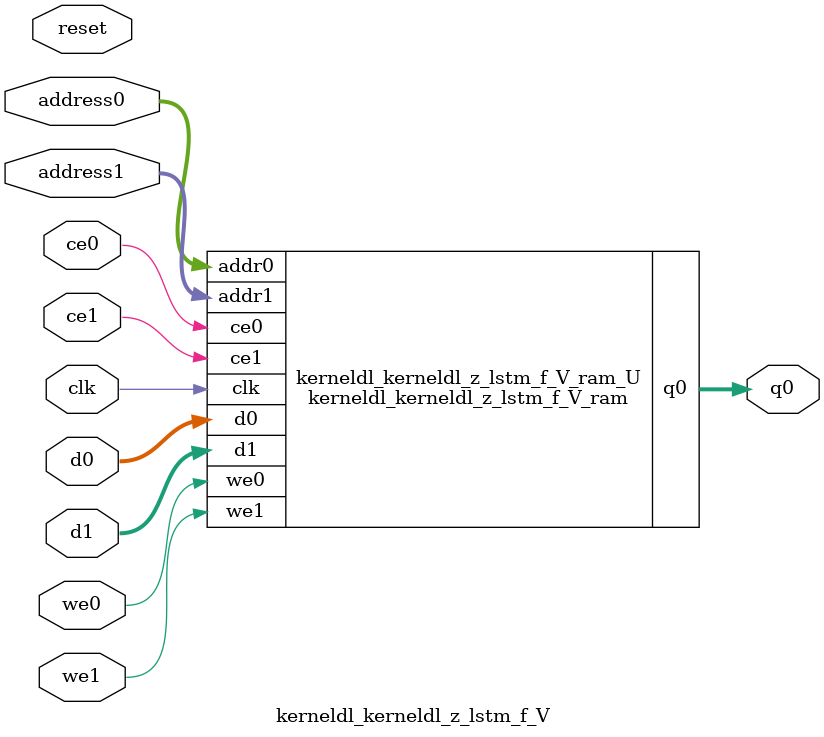
<source format=v>
`timescale 1 ns / 1 ps
module kerneldl_kerneldl_z_lstm_f_V_ram (addr0, ce0, d0, we0, q0, addr1, ce1, d1, we1,  clk);

parameter DWIDTH = 16;
parameter AWIDTH = 15;
parameter MEM_SIZE = 24320;

input[AWIDTH-1:0] addr0;
input ce0;
input[DWIDTH-1:0] d0;
input we0;
output reg[DWIDTH-1:0] q0;
input[AWIDTH-1:0] addr1;
input ce1;
input[DWIDTH-1:0] d1;
input we1;
input clk;

(* ram_style = "block" *)reg [DWIDTH-1:0] ram[0:MEM_SIZE-1];




always @(posedge clk)  
begin 
    if (ce0) begin
        if (we0) 
            ram[addr0] <= d0; 
        q0 <= ram[addr0];
    end
end


always @(posedge clk)  
begin 
    if (ce1) begin
        if (we1) 
            ram[addr1] <= d1; 
    end
end


endmodule

`timescale 1 ns / 1 ps
module kerneldl_kerneldl_z_lstm_f_V(
    reset,
    clk,
    address0,
    ce0,
    we0,
    d0,
    q0,
    address1,
    ce1,
    we1,
    d1);

parameter DataWidth = 32'd16;
parameter AddressRange = 32'd24320;
parameter AddressWidth = 32'd15;
input reset;
input clk;
input[AddressWidth - 1:0] address0;
input ce0;
input we0;
input[DataWidth - 1:0] d0;
output[DataWidth - 1:0] q0;
input[AddressWidth - 1:0] address1;
input ce1;
input we1;
input[DataWidth - 1:0] d1;



kerneldl_kerneldl_z_lstm_f_V_ram kerneldl_kerneldl_z_lstm_f_V_ram_U(
    .clk( clk ),
    .addr0( address0 ),
    .ce0( ce0 ),
    .we0( we0 ),
    .d0( d0 ),
    .q0( q0 ),
    .addr1( address1 ),
    .ce1( ce1 ),
    .we1( we1 ),
    .d1( d1 ));

endmodule


</source>
